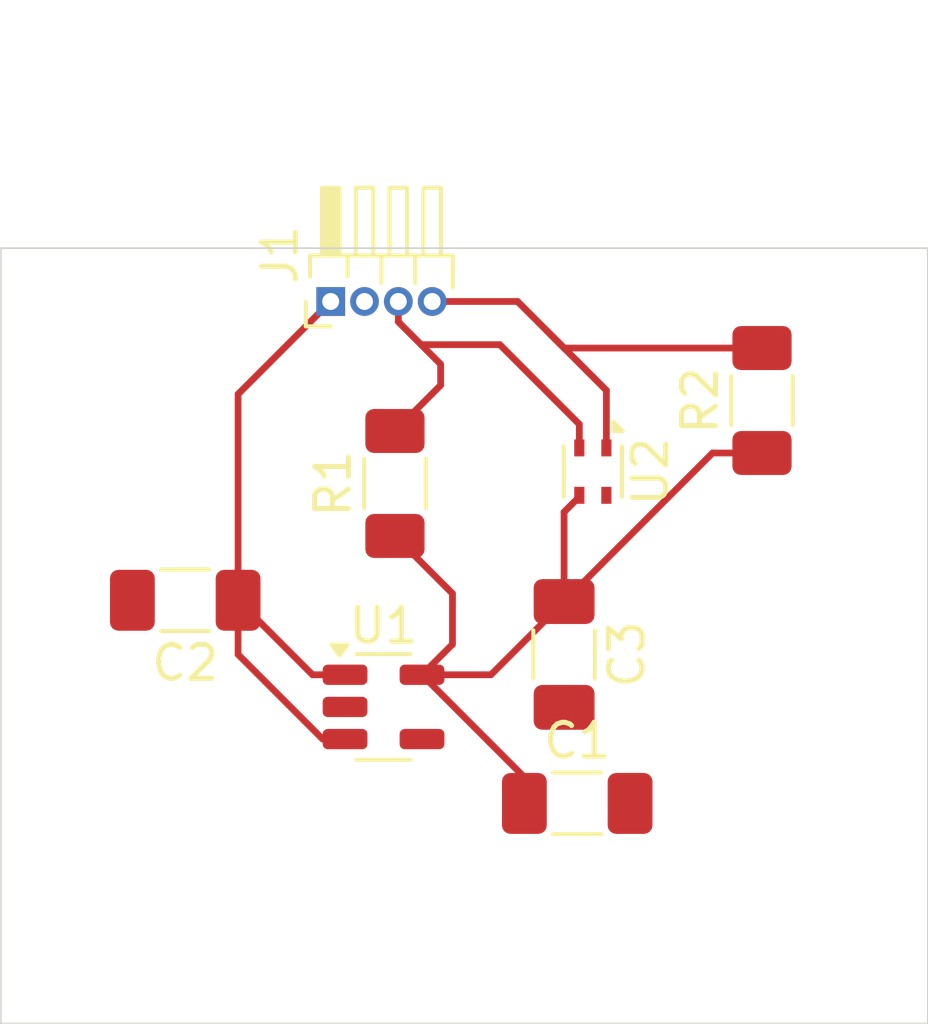
<source format=kicad_pcb>
(kicad_pcb (version 20241229) (generator "pcbnew") (generator_version "9.0")
  (layers (0 "F.Cu" signal) (2 "B.Cu" signal) (13 "F.Paste" user) (15 "B.Paste" user) (5 "F.SilkS" user "F.Silkscreen") (7 "B.SilkS" user "B.Silkscreen") (1 "F.Mask" user) (3 "B.Mask" user) (25 "Edge.Cuts" user))
  (net 0 "")
  (net 1 "/VCC_33")
  (net 2 "GNDREF")
  (net 3 "VBUS")
  (net 4 "/SDA")
  (net 5 "/SCL")
  (footprint "Sensor_Humidity:Sensirion_DFN-4_1.5x1.5mm_P0.8mm_SHT4x_NoCentralPad" (layer "F.Cu") (at 142.45 59.4 -90)
    (property "Reference" "U2" (at 0 -1.7 90) (layer "F.SilkS"))
    (property "Value" "SHT4x")
    (fp_line (start -0.75 0.86) (end 0.75 0.86) (stroke (width 0.12)) (layer "F.SilkS"))
    (fp_line (start -0.75 -0.86) (end 0.75 -0.86) (stroke (width 0.12)) (layer "F.SilkS"))
    (fp_poly (pts (xy -1.2 -0.6) (xy -1.48 -0.6) (xy -1.2 -0.88) (xy -1.2 -0.6)) (stroke (width 0.12)) (fill yes) (layer "F.SilkS"))
    (pad "1" smd rect (at -0.7 -0.4 270) (size 0.5 0.3) (layers "F.Cu" "F.Mask" "F.Paste") (net 4 "/SDA"))
    (pad "2" smd rect (at -0.7 0.4 270) (size 0.5 0.3) (layers "F.Cu" "F.Mask" "F.Paste") (net 5 "/SCL"))
    (pad "3" smd rect (at 0.7 0.4 270) (size 0.5 0.3) (layers "F.Cu" "F.Mask" "F.Paste") (net 1 "/VCC_33"))
    (pad "4" smd rect (at 0.7 -0.4 270) (size 0.5 0.3) (layers "F.Cu" "F.Mask" "F.Paste") (net 2 "GNDREF"))
  )
  (footprint "Capacitor_SMD:C_1206_3216Metric_Pad1.33x1.80mm_HandSolder" (layer "F.Cu") (at 141.9875 69.2)
    (property "Reference" "C1" (at 0 -1.85 0) (layer "F.SilkS"))
    (property "Value" "100n")
    (fp_line (start -0.711252 -0.91) (end 0.711252 -0.91) (stroke (width 0.12)) (layer "F.SilkS"))
    (fp_line (start -0.711252 0.91) (end 0.711252 0.91) (stroke (width 0.12)) (layer "F.SilkS"))
    (pad "1" smd roundrect (at -1.5625 0) (size 1.325 1.8) (layers "F.Cu" "F.Mask" "F.Paste") (roundrect_rratio 0.188679) (net 1 "/VCC_33"))
    (pad "2" smd roundrect (at 1.5625 0) (size 1.325 1.8) (layers "F.Cu" "F.Mask" "F.Paste") (roundrect_rratio 0.188679) (net 2 "GNDREF"))
  )
  (footprint "Resistor_SMD:R_1206_3216Metric_Pad1.30x1.75mm_HandSolder" (layer "F.Cu") (at 136.6 59.75 90)
    (property "Reference" "R1" (at 0 -1.83 90) (layer "F.SilkS"))
    (property "Value" "10k")
    (fp_line (start -0.727064 -0.91) (end 0.727064 -0.91) (stroke (width 0.12)) (layer "F.SilkS"))
    (fp_line (start -0.727064 0.91) (end 0.727064 0.91) (stroke (width 0.12)) (layer "F.SilkS"))
    (pad "1" smd roundrect (at -1.55 0 90) (size 1.3 1.75) (layers "F.Cu" "F.Mask" "F.Paste") (roundrect_rratio 0.192308) (net 1 "/VCC_33"))
    (pad "2" smd roundrect (at 1.55 0 90) (size 1.3 1.75) (layers "F.Cu" "F.Mask" "F.Paste") (roundrect_rratio 0.192308) (net 5 "/SCL"))
  )
  (footprint "Package_TO_SOT_SMD:SOT-23-5" (layer "F.Cu") (at 136.2625 66.35)
    (property "Reference" "U1" (at 0 -2.4 0) (layer "F.SilkS"))
    (property "Value" "ME6211C33M5")
    (fp_line (start 0 -1.56) (end -0.8 -1.56) (stroke (width 0.12)) (layer "F.SilkS"))
    (fp_line (start 0 -1.56) (end 0.8 -1.56) (stroke (width 0.12)) (layer "F.SilkS"))
    (fp_line (start 0 1.56) (end -0.8 1.56) (stroke (width 0.12)) (layer "F.SilkS"))
    (fp_line (start 0 1.56) (end 0.8 1.56) (stroke (width 0.12)) (layer "F.SilkS"))
    (fp_poly (pts (xy -1.3 -1.51) (xy -1.54 -1.84) (xy -1.06 -1.84)) (stroke (width 0.12)) (fill yes) (layer "F.SilkS"))
    (pad "1" smd roundrect (at -1.1375 -0.95) (size 1.325 0.6) (layers "F.Cu" "F.Mask" "F.Paste") (net 3 "VBUS"))
    (pad "2" smd roundrect (at -1.1375 0) (size 1.325 0.6) (layers "F.Cu" "F.Mask" "F.Paste") (net 2 "GNDREF"))
    (pad "3" smd roundrect (at -1.1375 0.95) (size 1.325 0.6) (layers "F.Cu" "F.Mask" "F.Paste") (net 3 "VBUS"))
    (pad "4" smd roundrect (at 1.1375 0.95) (size 1.325 0.6) (layers "F.Cu" "F.Mask" "F.Paste"))
    (pad "5" smd roundrect (at 1.1375 -0.95) (size 1.325 0.6) (layers "F.Cu" "F.Mask" "F.Paste") (net 1 "/VCC_33"))
  )
  (footprint "Resistor_SMD:R_1206_3216Metric_Pad1.30x1.75mm_HandSolder" (layer "F.Cu") (at 147.45 57.3 90)
    (property "Reference" "R2" (at 0 -1.83 90) (layer "F.SilkS"))
    (property "Value" "10k")
    (fp_line (start -0.727064 -0.91) (end 0.727064 -0.91) (stroke (width 0.12)) (layer "F.SilkS"))
    (fp_line (start -0.727064 0.91) (end 0.727064 0.91) (stroke (width 0.12)) (layer "F.SilkS"))
    (pad "1" smd roundrect (at -1.55 0 90) (size 1.3 1.75) (layers "F.Cu" "F.Mask" "F.Paste") (roundrect_rratio 0.192308) (net 1 "/VCC_33"))
    (pad "2" smd roundrect (at 1.55 0 90) (size 1.3 1.75) (layers "F.Cu" "F.Mask" "F.Paste") (roundrect_rratio 0.192308) (net 4 "/SDA"))
  )
  (footprint "Capacitor_SMD:C_1206_3216Metric_Pad1.33x1.80mm_HandSolder" (layer "F.Cu") (at 130.4 63.2 180)
    (property "Reference" "C2" (at 0 -1.85 0) (layer "F.SilkS"))
    (property "Value" "10uF")
    (fp_line (start -0.711252 0.91) (end 0.711252 0.91) (stroke (width 0.12)) (layer "F.SilkS"))
    (fp_line (start -0.711252 -0.91) (end 0.711252 -0.91) (stroke (width 0.12)) (layer "F.SilkS"))
    (pad "1" smd roundrect (at -1.5625 0 180) (size 1.325 1.8) (layers "F.Cu" "F.Mask" "F.Paste") (roundrect_rratio 0.188679) (net 3 "VBUS"))
    (pad "2" smd roundrect (at 1.5625 0 180) (size 1.325 1.8) (layers "F.Cu" "F.Mask" "F.Paste") (roundrect_rratio 0.188679) (net 2 "GNDREF"))
  )
  (footprint "Connector_PinHeader_1.00mm:PinHeader_1x04_P1.00mm_Horizontal" (layer "F.Cu") (at 134.7 54.375 90)
    (property "Reference" "J1" (at 1.375 -1.5 90) (layer "F.SilkS"))
    (property "Value" "Conn_01x04_Socket")
    (fp_line (start -0.735 -0.735) (end 0 -0.735) (stroke (width 0.12)) (layer "F.SilkS"))
    (fp_line (start 1.36 -0.61) (end 1.36 3.61) (stroke (width 0.12)) (layer "F.SilkS"))
    (fp_line (start 0.735 -0.61) (end 1.36 -0.61) (stroke (width 0.12)) (layer "F.SilkS"))
    (fp_line (start -0.735 0) (end -0.735 -0.735) (stroke (width 0.12)) (layer "F.SilkS"))
    (fp_line (start 0.735 0.5) (end 1.36 0.5) (stroke (width 0.12)) (layer "F.SilkS"))
    (fp_line (start 3.36 0.74) (end 3.36 1.26) (stroke (width 0.12)) (layer "F.SilkS"))
    (fp_line (start 1.36 0.74) (end 3.36 0.74) (stroke (width 0.12)) (layer "F.SilkS"))
    (fp_line (start 3.36 1.26) (end 1.36 1.26) (stroke (width 0.12)) (layer "F.SilkS"))
    (fp_line (start 0.538725 1.5) (end 1.36 1.5) (stroke (width 0.12)) (layer "F.SilkS"))
    (fp_line (start 3.36 1.74) (end 3.36 2.26) (stroke (width 0.12)) (layer "F.SilkS"))
    (fp_line (start 1.36 1.74) (end 3.36 1.74) (stroke (width 0.12)) (layer "F.SilkS"))
    (fp_line (start 3.36 2.26) (end 1.36 2.26) (stroke (width 0.12)) (layer "F.SilkS"))
    (fp_line (start 0.538725 2.5) (end 1.36 2.5) (stroke (width 0.12)) (layer "F.SilkS"))
    (fp_line (start 3.36 2.74) (end 3.36 3.26) (stroke (width 0.12)) (layer "F.SilkS"))
    (fp_line (start 1.36 2.74) (end 3.36 2.74) (stroke (width 0.12)) (layer "F.SilkS"))
    (fp_line (start 3.36 3.26) (end 1.36 3.26) (stroke (width 0.12)) (layer "F.SilkS"))
    (fp_line (start 1.36 3.61) (end 0.41003 3.61) (stroke (width 0.12)) (layer "F.SilkS"))
    (fp_rect (start 1.36 -0.26) (end 3.36 0.26) (stroke (width 0.12)) (fill yes) (layer "F.SilkS"))
    (pad "1" thru_hole rect (at 0 0 90) (size 0.85 0.85) (drill 0.5) (layers "*.Cu" "*.Mask") (net 3 "VBUS"))
    (pad "2" thru_hole circle (at 0 1 90) (size 0.85 0.85) (drill 0.5) (layers "*.Cu" "*.Mask") (net 2 "GNDREF"))
    (pad "3" thru_hole circle (at 0 2 90) (size 0.85 0.85) (drill 0.5) (layers "*.Cu" "*.Mask") (net 5 "/SCL"))
    (pad "4" thru_hole circle (at 0 3 90) (size 0.85 0.85) (drill 0.5) (layers "*.Cu" "*.Mask") (net 4 "/SDA"))
  )
  (footprint "Capacitor_SMD:C_1206_3216Metric_Pad1.33x1.80mm_HandSolder" (layer "F.Cu") (at 141.6 64.8 -90)
    (property "Reference" "C3" (at 0 -1.85 90) (layer "F.SilkS"))
    (property "Value" "10uF")
    (fp_line (start -0.711252 0.91) (end 0.711252 0.91) (stroke (width 0.12)) (layer "F.SilkS"))
    (fp_line (start -0.711252 -0.91) (end 0.711252 -0.91) (stroke (width 0.12)) (layer "F.SilkS"))
    (pad "1" smd roundrect (at -1.5625 0 270) (size 1.325 1.8) (layers "F.Cu" "F.Mask" "F.Paste") (roundrect_rratio 0.188679) (net 1 "/VCC_33"))
    (pad "2" smd roundrect (at 1.5625 0 270) (size 1.325 1.8) (layers "F.Cu" "F.Mask" "F.Paste") (roundrect_rratio 0.188679) (net 2 "GNDREF"))
  )
  (gr_rect (start 124.95 52.8) (end 152.35 75.7) (stroke (width 0.05)) (fill no) (layer "Edge.Cuts"))
  (segment (start 138.3 63) (end 138.3 64.5) (width 0.2) (layer "F.Cu") (net 1))
  (segment (start 137.4 65.4) (end 139.4375 65.4) (width 0.2) (layer "F.Cu") (net 1))
  (segment (start 136.6 61.3) (end 138.3 63) (width 0.2) (layer "F.Cu") (net 1))
  (segment (start 138.3 64.5) (end 137.4 65.4) (width 0.2) (layer "F.Cu") (net 1))
  (segment (start 147.45 58.85) (end 145.9875 58.85) (width 0.2) (layer "F.Cu") (net 1))
  (segment (start 145.9875 58.85) (end 141.6 63.2375) (width 0.2) (layer "F.Cu") (net 1))
  (segment (start 142.05 60.1) (end 142.05 60.142836) (width 0.2) (layer "F.Cu") (net 1))
  (segment (start 142.05 60.142836) (end 141.6 60.592836) (width 0.2) (layer "F.Cu") (net 1))
  (segment (start 139.4375 65.4) (end 141.6 63.2375) (width 0.2) (layer "F.Cu") (net 1))
  (segment (start 141.6 60.592836) (end 141.6 63.2375) (width 0.2) (layer "F.Cu") (net 1))
  (segment (start 140.425 68.425) (end 137.4 65.4) (width 0.2) (layer "F.Cu") (net 1))
  (segment (start 140.425 69.2) (end 140.425 68.425) (width 0.2) (layer "F.Cu") (net 1))
  (segment (start 134.462501 67.3) (end 131.9625 64.799999) (width 0.2) (layer "F.Cu") (net 3))
  (segment (start 135.125 65.4) (end 134.1625 65.4) (width 0.2) (layer "F.Cu") (net 3))
  (segment (start 135.125 67.3) (end 134.462501 67.3) (width 0.2) (layer "F.Cu") (net 3))
  (segment (start 134.1625 65.4) (end 131.9625 63.2) (width 0.2) (layer "F.Cu") (net 3))
  (segment (start 131.9625 63.2) (end 131.9625 57.1125) (width 0.2) (layer "F.Cu") (net 3))
  (segment (start 131.9625 64.799999) (end 131.9625 63.2) (width 0.2) (layer "F.Cu") (net 3))
  (segment (start 131.9625 57.1125) (end 134.7 54.375) (width 0.2) (layer "F.Cu") (net 3))
  (segment (start 141.6 55.75) (end 141.1 55.25) (width 0.2) (layer "F.Cu") (net 4))
  (segment (start 141.1 55.25) (end 142.85 57) (width 0.2) (layer "F.Cu") (net 4))
  (segment (start 147.45 55.75) (end 141.6 55.75) (width 0.2) (layer "F.Cu") (net 4))
  (segment (start 142.85 57) (end 142.85 58.7) (width 0.2) (layer "F.Cu") (net 4))
  (segment (start 140.225 54.375) (end 141.1 55.25) (width 0.2) (layer "F.Cu") (net 4))
  (segment (start 137.7 54.375) (end 140.225 54.375) (width 0.2) (layer "F.Cu") (net 4))
  (segment (start 137.37396 55.65) (end 139.7 55.65) (width 0.2) (layer "F.Cu") (net 5))
  (segment (start 137.95 56.85) (end 137.95 56.22604) (width 0.2) (layer "F.Cu") (net 5))
  (segment (start 136.7 54.375) (end 136.7 54.97604) (width 0.2) (layer "F.Cu") (net 5))
  (segment (start 142.05 58) (end 142.05 58.7) (width 0.2) (layer "F.Cu") (net 5))
  (segment (start 136.6 58.2) (end 137.95 56.85) (width 0.2) (layer "F.Cu") (net 5))
  (segment (start 137.95 56.22604) (end 137.37396 55.65) (width 0.2) (layer "F.Cu") (net 5))
  (segment (start 136.7 54.97604) (end 137.37396 55.65) (width 0.2) (layer "F.Cu") (net 5))
  (segment (start 139.7 55.65) (end 142.05 58) (width 0.2) (layer "F.Cu") (net 5))
)
</source>
